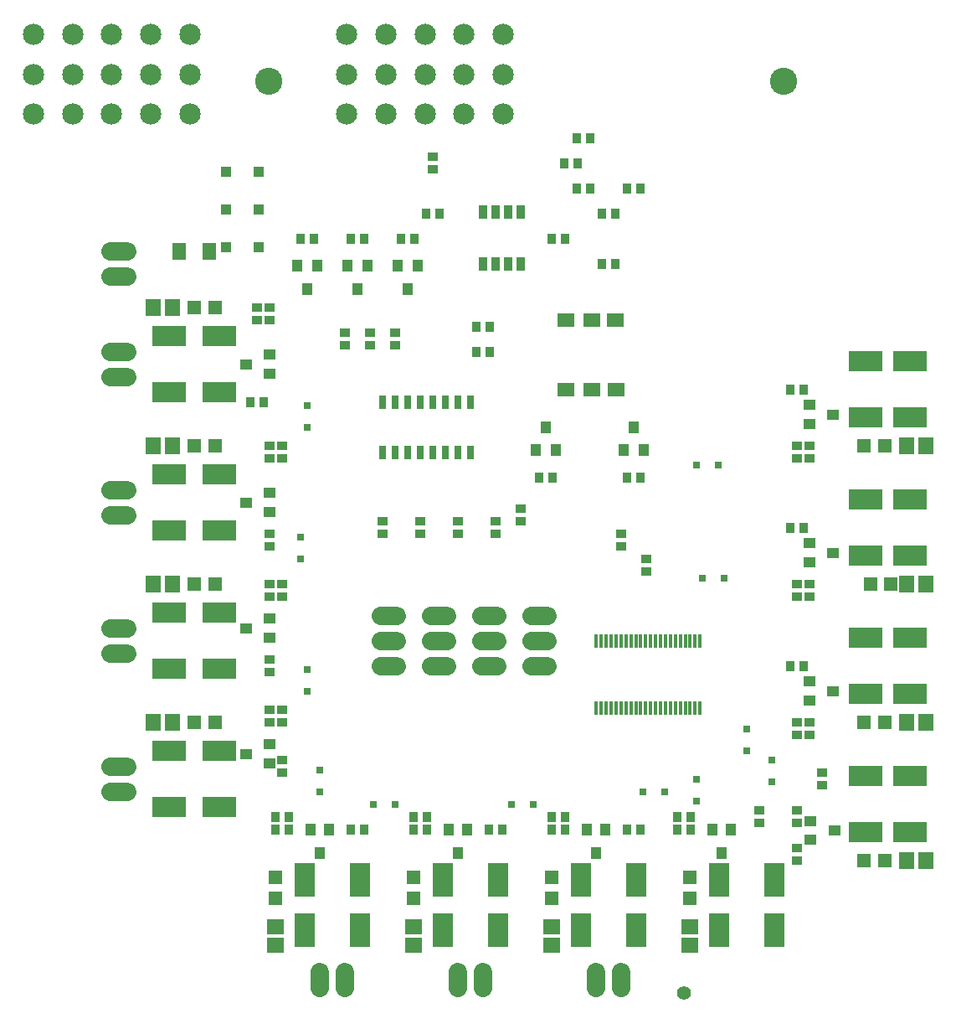
<source format=gts>
G75*
G70*
%OFA0B0*%
%FSLAX24Y24*%
%IPPOS*%
%LPD*%
%AMOC8*
5,1,8,0,0,1.08239X$1,22.5*
%
%ADD10R,0.0178X0.0572*%
%ADD11R,0.0434X0.0356*%
%ADD12R,0.0300X0.0550*%
%ADD13R,0.0434X0.0474*%
%ADD14R,0.0680X0.0580*%
%ADD15R,0.0380X0.0530*%
%ADD16R,0.0356X0.0434*%
%ADD17C,0.0720*%
%ADD18R,0.0316X0.0316*%
%ADD19R,0.0474X0.0395*%
%ADD20R,0.1340X0.0789*%
%ADD21R,0.0552X0.0552*%
%ADD22R,0.0592X0.0671*%
%ADD23R,0.0395X0.0474*%
%ADD24R,0.0789X0.1340*%
%ADD25R,0.0671X0.0592*%
%ADD26R,0.0415X0.0415*%
%ADD27R,0.0552X0.0710*%
%ADD28C,0.0848*%
%ADD29C,0.1080*%
%ADD30C,0.0556*%
D10*
X027693Y016444D03*
X027890Y016444D03*
X028087Y016444D03*
X028284Y016444D03*
X028481Y016444D03*
X028677Y016444D03*
X028874Y016444D03*
X029071Y016444D03*
X029268Y016444D03*
X029465Y016444D03*
X029662Y016444D03*
X029859Y016444D03*
X030055Y016444D03*
X030252Y016444D03*
X030449Y016444D03*
X030646Y016444D03*
X030843Y016444D03*
X031040Y016444D03*
X031237Y016444D03*
X031433Y016444D03*
X031630Y016444D03*
X031827Y016444D03*
X031827Y019121D03*
X031630Y019121D03*
X031433Y019121D03*
X031237Y019121D03*
X031040Y019121D03*
X030843Y019121D03*
X030646Y019121D03*
X030449Y019121D03*
X030252Y019121D03*
X030055Y019121D03*
X029859Y019121D03*
X029662Y019121D03*
X029465Y019121D03*
X029268Y019121D03*
X029071Y019121D03*
X028874Y019121D03*
X028677Y019121D03*
X028481Y019121D03*
X028284Y019121D03*
X028087Y019121D03*
X027890Y019121D03*
X027693Y019121D03*
D11*
X029681Y021885D03*
X029681Y022397D03*
X028681Y022885D03*
X028681Y023397D03*
X024681Y023885D03*
X024681Y024397D03*
X023681Y023897D03*
X023681Y023385D03*
X022181Y023385D03*
X022181Y023897D03*
X020681Y023897D03*
X020681Y023385D03*
X019181Y023385D03*
X019181Y023897D03*
X015181Y026385D03*
X014681Y026385D03*
X014681Y026897D03*
X015181Y026897D03*
X014681Y023397D03*
X014681Y022885D03*
X014681Y021397D03*
X015181Y021397D03*
X015181Y020885D03*
X014681Y020885D03*
X014681Y018397D03*
X014681Y017885D03*
X014681Y016397D03*
X015181Y016397D03*
X015181Y015885D03*
X014681Y015885D03*
X015181Y014397D03*
X015181Y013885D03*
X017681Y030885D03*
X017681Y031397D03*
X018681Y031397D03*
X018681Y030885D03*
X019681Y030885D03*
X019681Y031397D03*
X014681Y031885D03*
X014181Y031885D03*
X014181Y032397D03*
X014681Y032397D03*
X021181Y037885D03*
X021181Y038397D03*
X035681Y026897D03*
X035681Y026385D03*
X036181Y026385D03*
X036181Y026897D03*
X036181Y021397D03*
X036181Y020885D03*
X035681Y020885D03*
X035681Y021397D03*
X035681Y015897D03*
X036181Y015897D03*
X036181Y015385D03*
X035681Y015385D03*
X036681Y013897D03*
X036681Y013385D03*
X035681Y012397D03*
X035681Y011885D03*
X035681Y010897D03*
X035681Y010385D03*
X034181Y011885D03*
X034181Y012397D03*
D12*
X022681Y026641D03*
X022181Y026641D03*
X021681Y026641D03*
X021181Y026641D03*
X020681Y026641D03*
X020181Y026641D03*
X019681Y026641D03*
X019181Y026641D03*
X019181Y028641D03*
X019681Y028641D03*
X020181Y028641D03*
X020681Y028641D03*
X021181Y028641D03*
X021681Y028641D03*
X022181Y028641D03*
X022681Y028641D03*
D13*
X025288Y026716D03*
X026075Y026716D03*
X025681Y027641D03*
X028788Y026716D03*
X029575Y026716D03*
X029181Y027641D03*
X020575Y034066D03*
X019788Y034066D03*
X020181Y033141D03*
X018575Y034066D03*
X017788Y034066D03*
X018181Y033141D03*
X016575Y034066D03*
X015788Y034066D03*
X016181Y033141D03*
D14*
X026481Y031891D03*
X027501Y031891D03*
X028451Y031881D03*
X028481Y029141D03*
X027501Y029141D03*
X026481Y029141D03*
D15*
X024681Y034141D03*
X024181Y034141D03*
X023681Y034141D03*
X023181Y034141D03*
X023181Y036191D03*
X023681Y036191D03*
X024181Y036191D03*
X024681Y036191D03*
D16*
X025926Y035141D03*
X026437Y035141D03*
X027926Y034141D03*
X028437Y034141D03*
X028437Y036141D03*
X027926Y036141D03*
X027437Y037141D03*
X026926Y037141D03*
X026937Y038141D03*
X026426Y038141D03*
X026926Y039141D03*
X027437Y039141D03*
X028926Y037141D03*
X029437Y037141D03*
X023437Y031641D03*
X022926Y031641D03*
X022926Y030641D03*
X023437Y030641D03*
X020437Y035141D03*
X019926Y035141D03*
X020926Y036141D03*
X021437Y036141D03*
X018437Y035141D03*
X017926Y035141D03*
X016437Y035141D03*
X015926Y035141D03*
X014437Y028641D03*
X013926Y028641D03*
X025426Y025641D03*
X025937Y025641D03*
X028926Y025641D03*
X029437Y025641D03*
X035426Y023641D03*
X035937Y023641D03*
X035937Y018141D03*
X035426Y018141D03*
X031437Y012141D03*
X031437Y011641D03*
X030926Y011641D03*
X030926Y012141D03*
X029437Y011641D03*
X028926Y011641D03*
X026437Y011641D03*
X026437Y012141D03*
X025926Y012141D03*
X025926Y011641D03*
X023937Y011641D03*
X023426Y011641D03*
X020937Y011641D03*
X020937Y012141D03*
X020426Y012141D03*
X020426Y011641D03*
X018437Y011641D03*
X017926Y011641D03*
X015437Y011641D03*
X015437Y012141D03*
X014926Y012141D03*
X014926Y011641D03*
X035426Y029141D03*
X035937Y029141D03*
D17*
X025751Y020141D02*
X025111Y020141D01*
X025111Y019141D02*
X025751Y019141D01*
X025751Y018141D02*
X025111Y018141D01*
X023751Y018141D02*
X023111Y018141D01*
X023111Y019141D02*
X023751Y019141D01*
X023751Y020141D02*
X023111Y020141D01*
X021751Y020141D02*
X021111Y020141D01*
X021111Y019141D02*
X021751Y019141D01*
X021751Y018141D02*
X021111Y018141D01*
X019751Y018141D02*
X019111Y018141D01*
X019111Y019141D02*
X019751Y019141D01*
X019751Y020141D02*
X019111Y020141D01*
X009001Y019641D02*
X008361Y019641D01*
X008361Y018641D02*
X009001Y018641D01*
X009001Y014141D02*
X008361Y014141D01*
X008361Y013141D02*
X009001Y013141D01*
X016681Y005961D02*
X016681Y005321D01*
X017681Y005321D02*
X017681Y005961D01*
X022181Y005961D02*
X022181Y005321D01*
X023181Y005321D02*
X023181Y005961D01*
X027681Y005961D02*
X027681Y005321D01*
X028681Y005321D02*
X028681Y005961D01*
X009001Y024141D02*
X008361Y024141D01*
X008361Y025141D02*
X009001Y025141D01*
X009001Y029641D02*
X008361Y029641D01*
X008361Y030641D02*
X009001Y030641D01*
X009001Y033641D02*
X008361Y033641D01*
X008361Y034641D02*
X009001Y034641D01*
D18*
X016181Y028507D03*
X016181Y027641D03*
X015931Y023257D03*
X015931Y022391D03*
X016181Y018007D03*
X016181Y017141D03*
X016681Y014007D03*
X016681Y013141D03*
X018815Y012641D03*
X019681Y012641D03*
X024315Y012641D03*
X025181Y012641D03*
X029565Y013141D03*
X030431Y013141D03*
X031681Y012775D03*
X031681Y013641D03*
X033681Y014775D03*
X033681Y015641D03*
X034681Y014391D03*
X034681Y013525D03*
X032798Y021641D03*
X031931Y021641D03*
X031681Y026141D03*
X032548Y026141D03*
D19*
X036181Y027767D03*
X036181Y028515D03*
X037126Y028141D03*
X036181Y023015D03*
X036181Y022267D03*
X037126Y022641D03*
X036181Y017515D03*
X036181Y016767D03*
X037126Y017141D03*
X036231Y011965D03*
X036231Y011217D03*
X037176Y011591D03*
X014681Y014267D03*
X014681Y015015D03*
X013737Y014641D03*
X014681Y019267D03*
X014681Y020015D03*
X013737Y019641D03*
X014681Y024267D03*
X014681Y025015D03*
X013737Y024641D03*
X014681Y029767D03*
X014681Y030515D03*
X013737Y030141D03*
D20*
X010681Y012539D03*
X012681Y012539D03*
X012681Y014743D03*
X010681Y014743D03*
X010681Y018039D03*
X012681Y018039D03*
X012681Y020243D03*
X010681Y020243D03*
X010681Y023539D03*
X012681Y023539D03*
X012681Y025743D03*
X010681Y025743D03*
X010681Y029039D03*
X012681Y029039D03*
X012681Y031243D03*
X010681Y031243D03*
X038431Y030243D03*
X040181Y030243D03*
X040181Y028039D03*
X038431Y028039D03*
X038431Y024743D03*
X040181Y024743D03*
X040181Y022539D03*
X038431Y022539D03*
X038431Y019243D03*
X040181Y019243D03*
X040181Y017039D03*
X038431Y017039D03*
X038431Y013743D03*
X040181Y013743D03*
X040181Y011539D03*
X038431Y011539D03*
D21*
X038355Y010391D03*
X039181Y010391D03*
X039181Y015891D03*
X038355Y015891D03*
X038605Y021391D03*
X039431Y021391D03*
X039181Y026891D03*
X038355Y026891D03*
X031431Y009718D03*
X031431Y008891D03*
X025931Y008891D03*
X025931Y009718D03*
X020431Y009718D03*
X020431Y008891D03*
X014931Y008891D03*
X014931Y009718D03*
X012508Y015891D03*
X011681Y015891D03*
X011681Y021391D03*
X012508Y021391D03*
X012508Y026891D03*
X011681Y026891D03*
X011681Y032391D03*
X012508Y032391D03*
D22*
X010805Y032391D03*
X010057Y032391D03*
X010057Y026891D03*
X010805Y026891D03*
X010805Y021391D03*
X010057Y021391D03*
X010057Y015891D03*
X010805Y015891D03*
X040057Y015891D03*
X040805Y015891D03*
X040805Y021391D03*
X040057Y021391D03*
X040057Y026891D03*
X040805Y026891D03*
X040805Y010391D03*
X040057Y010391D03*
D23*
X033055Y011641D03*
X032307Y011641D03*
X032681Y010696D03*
X028055Y011641D03*
X027307Y011641D03*
X027681Y010696D03*
X022555Y011641D03*
X021807Y011641D03*
X022181Y010696D03*
X017055Y011641D03*
X016307Y011641D03*
X016681Y010696D03*
D24*
X016079Y009641D03*
X016079Y007641D03*
X018284Y007641D03*
X018284Y009641D03*
X021579Y009641D03*
X021579Y007641D03*
X023784Y007641D03*
X023784Y009641D03*
X027079Y009641D03*
X027079Y007641D03*
X029284Y007641D03*
X029284Y009641D03*
X032579Y009641D03*
X032579Y007641D03*
X034784Y007641D03*
X034784Y009641D03*
D25*
X031431Y007765D03*
X031431Y007017D03*
X025931Y007017D03*
X025931Y007765D03*
X020431Y007765D03*
X020431Y007017D03*
X014931Y007017D03*
X014931Y007765D03*
D26*
X014260Y034787D03*
X012961Y034787D03*
X012961Y036287D03*
X014260Y036287D03*
X014260Y037787D03*
X012961Y037787D03*
D27*
X012272Y034641D03*
X011091Y034641D03*
D28*
X011517Y040101D03*
X009958Y040101D03*
X008399Y040101D03*
X006840Y040101D03*
X005281Y040101D03*
X005281Y041672D03*
X006840Y041672D03*
X006840Y043243D03*
X005281Y043243D03*
X008399Y043243D03*
X009958Y043243D03*
X011517Y043243D03*
X011517Y041672D03*
X009958Y041672D03*
X008399Y041672D03*
X017753Y041672D03*
X019312Y041672D03*
X019312Y043243D03*
X017753Y043243D03*
X020871Y043243D03*
X022430Y043243D03*
X023989Y043243D03*
X023989Y041672D03*
X022430Y041672D03*
X020871Y041672D03*
X020871Y040101D03*
X022430Y040101D03*
X023989Y040101D03*
X019312Y040101D03*
X017753Y040101D03*
D29*
X014635Y041392D03*
X035135Y041392D03*
D30*
X031181Y005141D03*
M02*

</source>
